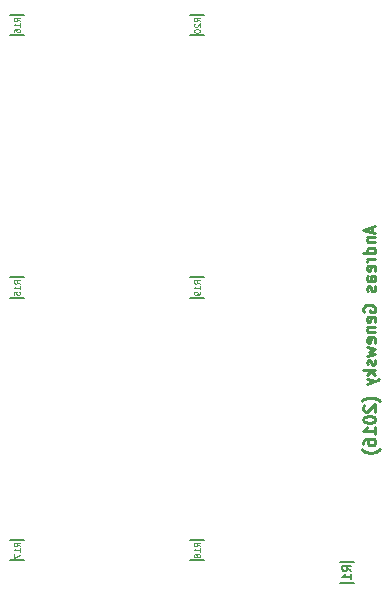
<source format=gbo>
G04 #@! TF.FileFunction,Legend,Bot*
%FSLAX46Y46*%
G04 Gerber Fmt 4.6, Leading zero omitted, Abs format (unit mm)*
G04 Created by KiCad (PCBNEW 4.0.2+e4-6225~38~ubuntu16.04.1-stable) date Mo 27 Jun 2016 13:05:28 CEST*
%MOMM*%
G01*
G04 APERTURE LIST*
%ADD10C,0.100000*%
%ADD11C,0.250000*%
%ADD12C,0.150000*%
%ADD13C,0.125000*%
G04 APERTURE END LIST*
D10*
D11*
X125261667Y-96449760D02*
X125261667Y-96925951D01*
X125547381Y-96354522D02*
X124547381Y-96687855D01*
X125547381Y-97021189D01*
X124880714Y-97354522D02*
X125547381Y-97354522D01*
X124975952Y-97354522D02*
X124928333Y-97402141D01*
X124880714Y-97497379D01*
X124880714Y-97640237D01*
X124928333Y-97735475D01*
X125023571Y-97783094D01*
X125547381Y-97783094D01*
X125547381Y-98687856D02*
X124547381Y-98687856D01*
X125499762Y-98687856D02*
X125547381Y-98592618D01*
X125547381Y-98402141D01*
X125499762Y-98306903D01*
X125452143Y-98259284D01*
X125356905Y-98211665D01*
X125071190Y-98211665D01*
X124975952Y-98259284D01*
X124928333Y-98306903D01*
X124880714Y-98402141D01*
X124880714Y-98592618D01*
X124928333Y-98687856D01*
X125547381Y-99164046D02*
X124880714Y-99164046D01*
X125071190Y-99164046D02*
X124975952Y-99211665D01*
X124928333Y-99259284D01*
X124880714Y-99354522D01*
X124880714Y-99449761D01*
X125499762Y-100164047D02*
X125547381Y-100068809D01*
X125547381Y-99878332D01*
X125499762Y-99783094D01*
X125404524Y-99735475D01*
X125023571Y-99735475D01*
X124928333Y-99783094D01*
X124880714Y-99878332D01*
X124880714Y-100068809D01*
X124928333Y-100164047D01*
X125023571Y-100211666D01*
X125118810Y-100211666D01*
X125214048Y-99735475D01*
X125547381Y-101068809D02*
X125023571Y-101068809D01*
X124928333Y-101021190D01*
X124880714Y-100925952D01*
X124880714Y-100735475D01*
X124928333Y-100640237D01*
X125499762Y-101068809D02*
X125547381Y-100973571D01*
X125547381Y-100735475D01*
X125499762Y-100640237D01*
X125404524Y-100592618D01*
X125309286Y-100592618D01*
X125214048Y-100640237D01*
X125166429Y-100735475D01*
X125166429Y-100973571D01*
X125118810Y-101068809D01*
X125499762Y-101497380D02*
X125547381Y-101592618D01*
X125547381Y-101783094D01*
X125499762Y-101878333D01*
X125404524Y-101925952D01*
X125356905Y-101925952D01*
X125261667Y-101878333D01*
X125214048Y-101783094D01*
X125214048Y-101640237D01*
X125166429Y-101544999D01*
X125071190Y-101497380D01*
X125023571Y-101497380D01*
X124928333Y-101544999D01*
X124880714Y-101640237D01*
X124880714Y-101783094D01*
X124928333Y-101878333D01*
X124595000Y-103640238D02*
X124547381Y-103545000D01*
X124547381Y-103402143D01*
X124595000Y-103259285D01*
X124690238Y-103164047D01*
X124785476Y-103116428D01*
X124975952Y-103068809D01*
X125118810Y-103068809D01*
X125309286Y-103116428D01*
X125404524Y-103164047D01*
X125499762Y-103259285D01*
X125547381Y-103402143D01*
X125547381Y-103497381D01*
X125499762Y-103640238D01*
X125452143Y-103687857D01*
X125118810Y-103687857D01*
X125118810Y-103497381D01*
X125499762Y-104497381D02*
X125547381Y-104402143D01*
X125547381Y-104211666D01*
X125499762Y-104116428D01*
X125404524Y-104068809D01*
X125023571Y-104068809D01*
X124928333Y-104116428D01*
X124880714Y-104211666D01*
X124880714Y-104402143D01*
X124928333Y-104497381D01*
X125023571Y-104545000D01*
X125118810Y-104545000D01*
X125214048Y-104068809D01*
X124880714Y-104973571D02*
X125547381Y-104973571D01*
X124975952Y-104973571D02*
X124928333Y-105021190D01*
X124880714Y-105116428D01*
X124880714Y-105259286D01*
X124928333Y-105354524D01*
X125023571Y-105402143D01*
X125547381Y-105402143D01*
X125499762Y-106259286D02*
X125547381Y-106164048D01*
X125547381Y-105973571D01*
X125499762Y-105878333D01*
X125404524Y-105830714D01*
X125023571Y-105830714D01*
X124928333Y-105878333D01*
X124880714Y-105973571D01*
X124880714Y-106164048D01*
X124928333Y-106259286D01*
X125023571Y-106306905D01*
X125118810Y-106306905D01*
X125214048Y-105830714D01*
X124880714Y-106640238D02*
X125547381Y-106830714D01*
X125071190Y-107021191D01*
X125547381Y-107211667D01*
X124880714Y-107402143D01*
X125499762Y-107735476D02*
X125547381Y-107830714D01*
X125547381Y-108021190D01*
X125499762Y-108116429D01*
X125404524Y-108164048D01*
X125356905Y-108164048D01*
X125261667Y-108116429D01*
X125214048Y-108021190D01*
X125214048Y-107878333D01*
X125166429Y-107783095D01*
X125071190Y-107735476D01*
X125023571Y-107735476D01*
X124928333Y-107783095D01*
X124880714Y-107878333D01*
X124880714Y-108021190D01*
X124928333Y-108116429D01*
X125547381Y-108592619D02*
X124547381Y-108592619D01*
X125166429Y-108687857D02*
X125547381Y-108973572D01*
X124880714Y-108973572D02*
X125261667Y-108592619D01*
X124880714Y-109306905D02*
X125547381Y-109545000D01*
X124880714Y-109783096D02*
X125547381Y-109545000D01*
X125785476Y-109449762D01*
X125833095Y-109402143D01*
X125880714Y-109306905D01*
X125928333Y-111211668D02*
X125880714Y-111164048D01*
X125737857Y-111068810D01*
X125642619Y-111021191D01*
X125499762Y-110973572D01*
X125261667Y-110925953D01*
X125071190Y-110925953D01*
X124833095Y-110973572D01*
X124690238Y-111021191D01*
X124595000Y-111068810D01*
X124452143Y-111164048D01*
X124404524Y-111211668D01*
X124642619Y-111545001D02*
X124595000Y-111592620D01*
X124547381Y-111687858D01*
X124547381Y-111925954D01*
X124595000Y-112021192D01*
X124642619Y-112068811D01*
X124737857Y-112116430D01*
X124833095Y-112116430D01*
X124975952Y-112068811D01*
X125547381Y-111497382D01*
X125547381Y-112116430D01*
X124547381Y-112735477D02*
X124547381Y-112830716D01*
X124595000Y-112925954D01*
X124642619Y-112973573D01*
X124737857Y-113021192D01*
X124928333Y-113068811D01*
X125166429Y-113068811D01*
X125356905Y-113021192D01*
X125452143Y-112973573D01*
X125499762Y-112925954D01*
X125547381Y-112830716D01*
X125547381Y-112735477D01*
X125499762Y-112640239D01*
X125452143Y-112592620D01*
X125356905Y-112545001D01*
X125166429Y-112497382D01*
X124928333Y-112497382D01*
X124737857Y-112545001D01*
X124642619Y-112592620D01*
X124595000Y-112640239D01*
X124547381Y-112735477D01*
X125547381Y-114021192D02*
X125547381Y-113449763D01*
X125547381Y-113735477D02*
X124547381Y-113735477D01*
X124690238Y-113640239D01*
X124785476Y-113545001D01*
X124833095Y-113449763D01*
X124547381Y-114878335D02*
X124547381Y-114687858D01*
X124595000Y-114592620D01*
X124642619Y-114545001D01*
X124785476Y-114449763D01*
X124975952Y-114402144D01*
X125356905Y-114402144D01*
X125452143Y-114449763D01*
X125499762Y-114497382D01*
X125547381Y-114592620D01*
X125547381Y-114783097D01*
X125499762Y-114878335D01*
X125452143Y-114925954D01*
X125356905Y-114973573D01*
X125118810Y-114973573D01*
X125023571Y-114925954D01*
X124975952Y-114878335D01*
X124928333Y-114783097D01*
X124928333Y-114592620D01*
X124975952Y-114497382D01*
X125023571Y-114449763D01*
X125118810Y-114402144D01*
X125928333Y-115306906D02*
X125880714Y-115354525D01*
X125737857Y-115449763D01*
X125642619Y-115497382D01*
X125499762Y-115545001D01*
X125261667Y-115592620D01*
X125071190Y-115592620D01*
X124833095Y-115545001D01*
X124690238Y-115497382D01*
X124595000Y-115449763D01*
X124452143Y-115354525D01*
X124404524Y-115306906D01*
D12*
X122590000Y-126605000D02*
X123790000Y-126605000D01*
X123790000Y-124855000D02*
X122590000Y-124855000D01*
X94650000Y-102475000D02*
X95850000Y-102475000D01*
X95850000Y-100725000D02*
X94650000Y-100725000D01*
X94650000Y-80250000D02*
X95850000Y-80250000D01*
X95850000Y-78500000D02*
X94650000Y-78500000D01*
X94650000Y-124700000D02*
X95850000Y-124700000D01*
X95850000Y-122950000D02*
X94650000Y-122950000D01*
X111090000Y-122950000D02*
X109890000Y-122950000D01*
X109890000Y-124700000D02*
X111090000Y-124700000D01*
X111090000Y-100725000D02*
X109890000Y-100725000D01*
X109890000Y-102475000D02*
X111090000Y-102475000D01*
X111090000Y-78500000D02*
X109890000Y-78500000D01*
X109890000Y-80250000D02*
X111090000Y-80250000D01*
X123529286Y-125605000D02*
X123172143Y-125355000D01*
X123529286Y-125176428D02*
X122779286Y-125176428D01*
X122779286Y-125462143D01*
X122815000Y-125533571D01*
X122850714Y-125569286D01*
X122922143Y-125605000D01*
X123029286Y-125605000D01*
X123100714Y-125569286D01*
X123136429Y-125533571D01*
X123172143Y-125462143D01*
X123172143Y-125176428D01*
X123529286Y-126319286D02*
X123529286Y-125890714D01*
X123529286Y-126105000D02*
X122779286Y-126105000D01*
X122886429Y-126033571D01*
X122957857Y-125962143D01*
X122993571Y-125890714D01*
D13*
X95476190Y-101278572D02*
X95238095Y-101111905D01*
X95476190Y-100992858D02*
X94976190Y-100992858D01*
X94976190Y-101183334D01*
X95000000Y-101230953D01*
X95023810Y-101254762D01*
X95071429Y-101278572D01*
X95142857Y-101278572D01*
X95190476Y-101254762D01*
X95214286Y-101230953D01*
X95238095Y-101183334D01*
X95238095Y-100992858D01*
X95476190Y-101754762D02*
X95476190Y-101469048D01*
X95476190Y-101611905D02*
X94976190Y-101611905D01*
X95047619Y-101564286D01*
X95095238Y-101516667D01*
X95119048Y-101469048D01*
X94976190Y-102207143D02*
X94976190Y-101969048D01*
X95214286Y-101945238D01*
X95190476Y-101969048D01*
X95166667Y-102016667D01*
X95166667Y-102135714D01*
X95190476Y-102183333D01*
X95214286Y-102207143D01*
X95261905Y-102230952D01*
X95380952Y-102230952D01*
X95428571Y-102207143D01*
X95452381Y-102183333D01*
X95476190Y-102135714D01*
X95476190Y-102016667D01*
X95452381Y-101969048D01*
X95428571Y-101945238D01*
X95476190Y-79053572D02*
X95238095Y-78886905D01*
X95476190Y-78767858D02*
X94976190Y-78767858D01*
X94976190Y-78958334D01*
X95000000Y-79005953D01*
X95023810Y-79029762D01*
X95071429Y-79053572D01*
X95142857Y-79053572D01*
X95190476Y-79029762D01*
X95214286Y-79005953D01*
X95238095Y-78958334D01*
X95238095Y-78767858D01*
X95476190Y-79529762D02*
X95476190Y-79244048D01*
X95476190Y-79386905D02*
X94976190Y-79386905D01*
X95047619Y-79339286D01*
X95095238Y-79291667D01*
X95119048Y-79244048D01*
X94976190Y-79958333D02*
X94976190Y-79863095D01*
X95000000Y-79815476D01*
X95023810Y-79791667D01*
X95095238Y-79744048D01*
X95190476Y-79720238D01*
X95380952Y-79720238D01*
X95428571Y-79744048D01*
X95452381Y-79767857D01*
X95476190Y-79815476D01*
X95476190Y-79910714D01*
X95452381Y-79958333D01*
X95428571Y-79982143D01*
X95380952Y-80005952D01*
X95261905Y-80005952D01*
X95214286Y-79982143D01*
X95190476Y-79958333D01*
X95166667Y-79910714D01*
X95166667Y-79815476D01*
X95190476Y-79767857D01*
X95214286Y-79744048D01*
X95261905Y-79720238D01*
X95476190Y-123503572D02*
X95238095Y-123336905D01*
X95476190Y-123217858D02*
X94976190Y-123217858D01*
X94976190Y-123408334D01*
X95000000Y-123455953D01*
X95023810Y-123479762D01*
X95071429Y-123503572D01*
X95142857Y-123503572D01*
X95190476Y-123479762D01*
X95214286Y-123455953D01*
X95238095Y-123408334D01*
X95238095Y-123217858D01*
X95476190Y-123979762D02*
X95476190Y-123694048D01*
X95476190Y-123836905D02*
X94976190Y-123836905D01*
X95047619Y-123789286D01*
X95095238Y-123741667D01*
X95119048Y-123694048D01*
X94976190Y-124146429D02*
X94976190Y-124479762D01*
X95476190Y-124265476D01*
X110716190Y-123503572D02*
X110478095Y-123336905D01*
X110716190Y-123217858D02*
X110216190Y-123217858D01*
X110216190Y-123408334D01*
X110240000Y-123455953D01*
X110263810Y-123479762D01*
X110311429Y-123503572D01*
X110382857Y-123503572D01*
X110430476Y-123479762D01*
X110454286Y-123455953D01*
X110478095Y-123408334D01*
X110478095Y-123217858D01*
X110716190Y-123979762D02*
X110716190Y-123694048D01*
X110716190Y-123836905D02*
X110216190Y-123836905D01*
X110287619Y-123789286D01*
X110335238Y-123741667D01*
X110359048Y-123694048D01*
X110430476Y-124265476D02*
X110406667Y-124217857D01*
X110382857Y-124194048D01*
X110335238Y-124170238D01*
X110311429Y-124170238D01*
X110263810Y-124194048D01*
X110240000Y-124217857D01*
X110216190Y-124265476D01*
X110216190Y-124360714D01*
X110240000Y-124408333D01*
X110263810Y-124432143D01*
X110311429Y-124455952D01*
X110335238Y-124455952D01*
X110382857Y-124432143D01*
X110406667Y-124408333D01*
X110430476Y-124360714D01*
X110430476Y-124265476D01*
X110454286Y-124217857D01*
X110478095Y-124194048D01*
X110525714Y-124170238D01*
X110620952Y-124170238D01*
X110668571Y-124194048D01*
X110692381Y-124217857D01*
X110716190Y-124265476D01*
X110716190Y-124360714D01*
X110692381Y-124408333D01*
X110668571Y-124432143D01*
X110620952Y-124455952D01*
X110525714Y-124455952D01*
X110478095Y-124432143D01*
X110454286Y-124408333D01*
X110430476Y-124360714D01*
X110716190Y-101278572D02*
X110478095Y-101111905D01*
X110716190Y-100992858D02*
X110216190Y-100992858D01*
X110216190Y-101183334D01*
X110240000Y-101230953D01*
X110263810Y-101254762D01*
X110311429Y-101278572D01*
X110382857Y-101278572D01*
X110430476Y-101254762D01*
X110454286Y-101230953D01*
X110478095Y-101183334D01*
X110478095Y-100992858D01*
X110716190Y-101754762D02*
X110716190Y-101469048D01*
X110716190Y-101611905D02*
X110216190Y-101611905D01*
X110287619Y-101564286D01*
X110335238Y-101516667D01*
X110359048Y-101469048D01*
X110716190Y-101992857D02*
X110716190Y-102088095D01*
X110692381Y-102135714D01*
X110668571Y-102159524D01*
X110597143Y-102207143D01*
X110501905Y-102230952D01*
X110311429Y-102230952D01*
X110263810Y-102207143D01*
X110240000Y-102183333D01*
X110216190Y-102135714D01*
X110216190Y-102040476D01*
X110240000Y-101992857D01*
X110263810Y-101969048D01*
X110311429Y-101945238D01*
X110430476Y-101945238D01*
X110478095Y-101969048D01*
X110501905Y-101992857D01*
X110525714Y-102040476D01*
X110525714Y-102135714D01*
X110501905Y-102183333D01*
X110478095Y-102207143D01*
X110430476Y-102230952D01*
X110716190Y-79070573D02*
X110478095Y-78903906D01*
X110716190Y-78784859D02*
X110216190Y-78784859D01*
X110216190Y-78975335D01*
X110240000Y-79022954D01*
X110263810Y-79046763D01*
X110311429Y-79070573D01*
X110382857Y-79070573D01*
X110430476Y-79046763D01*
X110454286Y-79022954D01*
X110478095Y-78975335D01*
X110478095Y-78784859D01*
X110263810Y-79261049D02*
X110240000Y-79284859D01*
X110216190Y-79332478D01*
X110216190Y-79451525D01*
X110240000Y-79499144D01*
X110263810Y-79522954D01*
X110311429Y-79546763D01*
X110359048Y-79546763D01*
X110430476Y-79522954D01*
X110716190Y-79237240D01*
X110716190Y-79546763D01*
X110216190Y-79856287D02*
X110216190Y-79903906D01*
X110240000Y-79951525D01*
X110263810Y-79975334D01*
X110311429Y-79999144D01*
X110406667Y-80022953D01*
X110525714Y-80022953D01*
X110620952Y-79999144D01*
X110668571Y-79975334D01*
X110692381Y-79951525D01*
X110716190Y-79903906D01*
X110716190Y-79856287D01*
X110692381Y-79808668D01*
X110668571Y-79784858D01*
X110620952Y-79761049D01*
X110525714Y-79737239D01*
X110406667Y-79737239D01*
X110311429Y-79761049D01*
X110263810Y-79784858D01*
X110240000Y-79808668D01*
X110216190Y-79856287D01*
M02*

</source>
